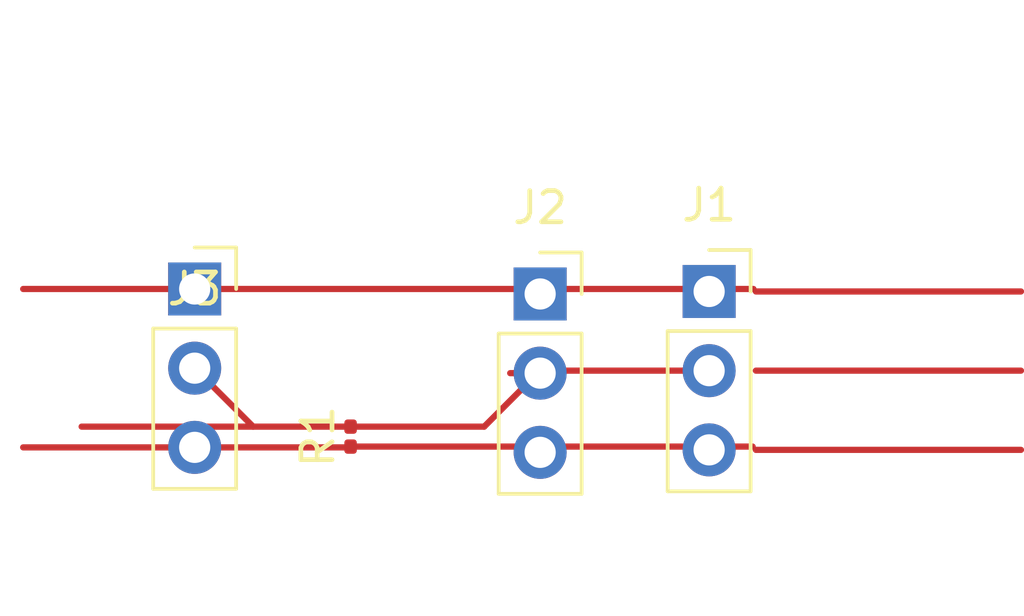
<source format=kicad_pcb>
(kicad_pcb (version 20240108) (generator "pcbnew") (generator_version "8.0")
  (layers (0 "F.Cu" signal) (31 "B.Cu" signal) (34 "B.Paste" user) (35 "F.Paste" user) (36 "B.SilkS" user "B.Silkscreen") (37 "F.SilkS" user "F.Silkscreen") (38 "B.Mask" user) (39 "F.Mask" user) (44 "Edge.Cuts" user))
  (net 0 "")
  (net 1 "Net-(J1-Pin_3)")
  (net 2 "Net-(J1-Pin_1)")
  (net 3 "Net-(J1-Pin_2)")
  (footprint "Resistor_SMD:R_0201_0603Metric" (layer "F.Cu") (at 141 105.655 90)
    (property "Reference" "R1" (at 0 -1.05 90) (layer "F.SilkS"))
    (property "Value" "4.7K")
    (pad "1" smd roundrect (at -0.32 0 90) (size 0.46 0.4) (layers "F.Cu" "F.Mask") (net 1 "Net-(J1-Pin_3)"))
    (pad "2" smd roundrect (at 0.32 0 90) (size 0.46 0.4) (layers "F.Cu" "F.Mask") (net 3 "Net-(J1-Pin_2)"))
  )
  (footprint "Connector_PinSocket_2.54mm:PinSocket_1x03_P2.54mm_Vertical" (layer "F.Cu") (at 136 100.92)
    (property "Reference" "J3" (at 0 0 0) (layer "F.SilkS"))
    (property "Value" "Conn_01x03_Pin")
    (fp_line (start -1.33 1.27) (end -1.33 6.41) (stroke (width 0.12)) (layer "F.SilkS"))
    (fp_line (start -1.33 1.27) (end 1.33 1.27) (stroke (width 0.12)) (layer "F.SilkS"))
    (fp_line (start -1.33 6.41) (end 1.33 6.41) (stroke (width 0.12)) (layer "F.SilkS"))
    (fp_line (start 0 -1.33) (end 1.33 -1.33) (stroke (width 0.12)) (layer "F.SilkS"))
    (fp_line (start 1.33 -1.33) (end 1.33 0) (stroke (width 0.12)) (layer "F.SilkS"))
    (fp_line (start 1.33 1.27) (end 1.33 6.41) (stroke (width 0.12)) (layer "F.SilkS"))
    (pad "1" thru_hole rect (at 0 0) (size 1.7 1.7) (drill 1) (layers "*.Cu" "*.Mask") (net 2 "Net-(J1-Pin_1)"))
    (pad "2" thru_hole oval (at 0 2.54) (size 1.7 1.7) (drill 1) (layers "*.Cu" "*.Mask") (net 3 "Net-(J1-Pin_2)"))
    (pad "3" thru_hole oval (at 0 5.08) (size 1.7 1.7) (drill 1) (layers "*.Cu" "*.Mask") (net 1 "Net-(J1-Pin_3)"))
  )
  (footprint "Connector_PinSocket_2.54mm:PinSocket_1x03_P2.54mm_Vertical" (layer "F.Cu") (at 147.08 101.08)
    (property "Reference" "J2" (at 0 -2.77 0) (layer "F.SilkS"))
    (property "Value" "Conn_01x03_Socket")
    (fp_line (start -1.33 1.27) (end -1.33 6.41) (stroke (width 0.12)) (layer "F.SilkS"))
    (fp_line (start -1.33 1.27) (end 1.33 1.27) (stroke (width 0.12)) (layer "F.SilkS"))
    (fp_line (start -1.33 6.41) (end 1.33 6.41) (stroke (width 0.12)) (layer "F.SilkS"))
    (fp_line (start 0 -1.33) (end 1.33 -1.33) (stroke (width 0.12)) (layer "F.SilkS"))
    (fp_line (start 1.33 -1.33) (end 1.33 0) (stroke (width 0.12)) (layer "F.SilkS"))
    (fp_line (start 1.33 1.27) (end 1.33 6.41) (stroke (width 0.12)) (layer "F.SilkS"))
    (pad "1" thru_hole rect (at 0 0) (size 1.7 1.7) (drill 1) (layers "*.Cu" "*.Mask") (net 2 "Net-(J1-Pin_1)"))
    (pad "2" thru_hole oval (at 0 2.54) (size 1.7 1.7) (drill 1) (layers "*.Cu" "*.Mask") (net 3 "Net-(J1-Pin_2)"))
    (pad "3" thru_hole oval (at 0 5.08) (size 1.7 1.7) (drill 1) (layers "*.Cu" "*.Mask") (net 1 "Net-(J1-Pin_3)"))
  )
  (footprint "Connector_PinSocket_2.54mm:PinSocket_1x03_P2.54mm_Vertical" (layer "F.Cu") (at 152.5 101)
    (property "Reference" "J1" (at 0 -2.77 0) (layer "F.SilkS"))
    (property "Value" "Conn_01x03_Socket")
    (fp_line (start -1.33 1.27) (end -1.33 6.41) (stroke (width 0.12)) (layer "F.SilkS"))
    (fp_line (start -1.33 1.27) (end 1.33 1.27) (stroke (width 0.12)) (layer "F.SilkS"))
    (fp_line (start -1.33 6.41) (end 1.33 6.41) (stroke (width 0.12)) (layer "F.SilkS"))
    (fp_line (start 0 -1.33) (end 1.33 -1.33) (stroke (width 0.12)) (layer "F.SilkS"))
    (fp_line (start 1.33 -1.33) (end 1.33 0) (stroke (width 0.12)) (layer "F.SilkS"))
    (fp_line (start 1.33 1.27) (end 1.33 6.41) (stroke (width 0.12)) (layer "F.SilkS"))
    (pad "1" thru_hole rect (at 0 0) (size 1.7 1.7) (drill 1) (layers "*.Cu" "*.Mask") (net 2 "Net-(J1-Pin_1)"))
    (pad "2" thru_hole oval (at 0 2.54) (size 1.7 1.7) (drill 1) (layers "*.Cu" "*.Mask") (net 3 "Net-(J1-Pin_2)"))
    (pad "3" thru_hole oval (at 0 5.08) (size 1.7 1.7) (drill 1) (layers "*.Cu" "*.Mask") (net 1 "Net-(J1-Pin_3)"))
  )
  (segment (start 140.975 106) (end 141 105.975) (width 0.2) (layer "F.Cu") (net 1))
  (segment (start 130.5 106) (end 140.975 106) (width 0.2) (layer "F.Cu") (net 1))
  (segment (start 162.5 106.08) (end 154 106.08) (width 0.2) (layer "F.Cu") (net 1))
  (segment (start 146.975 106.055) (end 147.08 106.16) (width 0.2) (layer "F.Cu") (net 1))
  (segment (start 141 105.975) (end 153.895 105.975) (width 0.2) (layer "F.Cu") (net 1))
  (segment (start 130.5 100.92) (end 153.92 100.92) (width 0.2) (layer "F.Cu") (net 2))
  (segment (start 147 101) (end 147.08 101.08) (width 0.2) (layer "F.Cu") (net 2))
  (segment (start 162.5 101) (end 154 101) (width 0.2) (layer "F.Cu") (net 2))
  (segment (start 147.16 103.54) (end 147.08 103.62) (width 0.2) (layer "F.Cu") (net 3))
  (segment (start 147.08 103.62) (end 146.12 103.62) (width 0.2) (layer "F.Cu") (net 3))
  (segment (start 162.5 103.54) (end 154 103.54) (width 0.2) (layer "F.Cu") (net 3))
  (segment (start 132.375 105.335) (end 141 105.335) (width 0.2) (layer "F.Cu") (net 3))
  (segment (start 136 103.46) (end 137.875 105.335) (width 0.2) (layer "F.Cu") (net 3))
  (segment (start 147 103.62) (end 145.285 105.335) (width 0.2) (layer "F.Cu") (net 3))
  (segment (start 152.5 103.54) (end 147.16 103.54) (width 0.2) (layer "F.Cu") (net 3))
  (segment (start 147.08 103.62) (end 147 103.62) (width 0.2) (layer "F.Cu") (net 3))
  (segment (start 145.285 105.335) (end 141 105.335) (width 0.2) (layer "F.Cu") (net 3))
)
</source>
